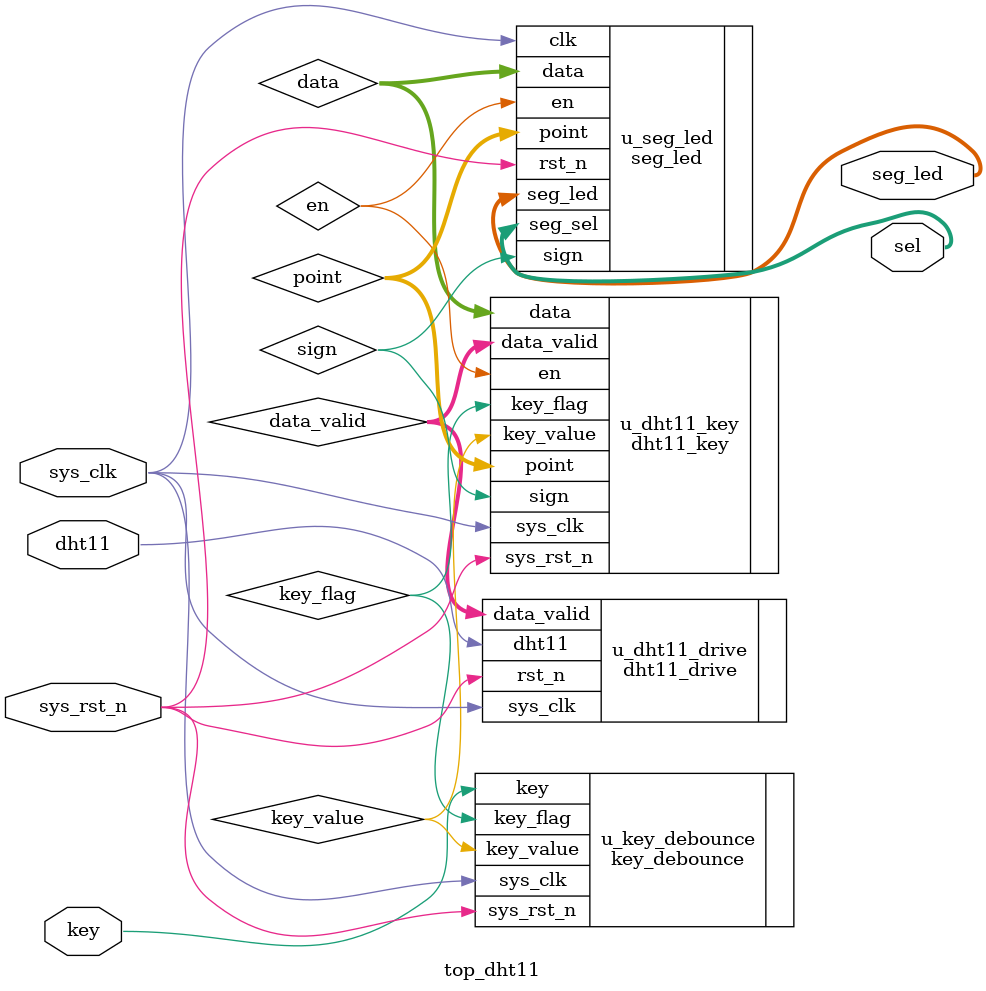
<source format=v>

module top_dht11(
    input          sys_clk  ,  //系统时钟 
    input          sys_rst_n,  //系统复位
    
    inout          dht11    ,  //DHT11总线
    input          key      ,  //按键
    output  [5:0]  sel      ,  //数码管位选信号
    output  [7:0]  seg_led     //数码管段选信号
);
//wire define
wire  [31:0]  data_valid;
wire  [19:0]  data      ;
wire  [5:0]   point     ;

//*****************************************************
//**                    main code
//*****************************************************

//dht11驱动模块
dht11_drive u_dht11_drive (
    .sys_clk        (sys_clk),
    .rst_n          (sys_rst_n),
    
    .dht11          (dht11),
    .data_valid     (data_valid)
    );


//按键消抖模块
key_debounce u_key_debounce(
    .sys_clk        (sys_clk),
    .sys_rst_n      (sys_rst_n),
    
    .key            (key),
    .key_flag       (key_flag),
    .key_value      (key_value)
    );

//按键控制温/湿度显示
dht11_key u_dht11_key(
    .sys_clk        (sys_clk),
    .sys_rst_n      (sys_rst_n),
    
    .key_flag       (key_flag),
    .key_value      (key_value),
    .data_valid     (data_valid),
    
    .data           (data),
    .sign           (sign),
    .en             (en),                     
    .point          (point)
    );

//动态数码管显示模块
seg_led u_seg_led (
    .clk            (sys_clk),
    .rst_n          (sys_rst_n),
    
    .seg_sel        (sel),
    .seg_led        (seg_led),
    
    .data           (data),
    .point          (point),
    .en             (en),
    .sign           (sign)
    );

endmodule 
</source>
